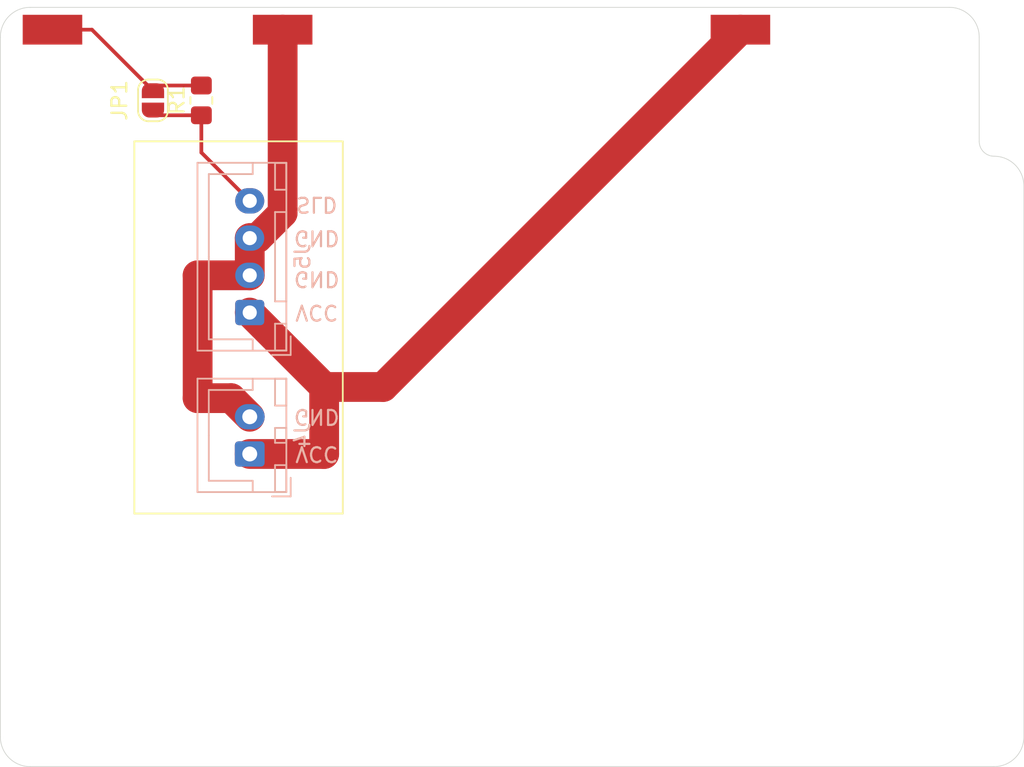
<source format=kicad_pcb>
(kicad_pcb (version 20171130) (host pcbnew 5.1.9+dfsg1-1)

  (general
    (thickness 1.6)
    (drawings 21)
    (tracks 21)
    (zones 0)
    (modules 7)
    (nets 5)
  )

  (page A4)
  (layers
    (0 F.Cu signal)
    (31 B.Cu signal)
    (32 B.Adhes user)
    (33 F.Adhes user)
    (34 B.Paste user)
    (35 F.Paste user)
    (36 B.SilkS user)
    (37 F.SilkS user)
    (38 B.Mask user)
    (39 F.Mask user)
    (40 Dwgs.User user)
    (41 Cmts.User user)
    (42 Eco1.User user)
    (43 Eco2.User user)
    (44 Edge.Cuts user)
    (45 Margin user)
    (46 B.CrtYd user)
    (47 F.CrtYd user)
    (48 B.Fab user)
    (49 F.Fab user)
  )

  (setup
    (last_trace_width 2)
    (user_trace_width 2)
    (trace_clearance 0.2)
    (zone_clearance 0.508)
    (zone_45_only no)
    (trace_min 0.2)
    (via_size 0.8)
    (via_drill 0.4)
    (via_min_size 0.4)
    (via_min_drill 0.3)
    (uvia_size 0.3)
    (uvia_drill 0.1)
    (uvias_allowed no)
    (uvia_min_size 0.2)
    (uvia_min_drill 0.1)
    (edge_width 0.05)
    (segment_width 0.2)
    (pcb_text_width 0.3)
    (pcb_text_size 1.5 1.5)
    (mod_edge_width 0.12)
    (mod_text_size 1 1)
    (mod_text_width 0.15)
    (pad_size 1.524 1.524)
    (pad_drill 0.762)
    (pad_to_mask_clearance 0)
    (aux_axis_origin 0 0)
    (visible_elements FFFFFF7F)
    (pcbplotparams
      (layerselection 0x010fc_ffffffff)
      (usegerberextensions false)
      (usegerberattributes true)
      (usegerberadvancedattributes true)
      (creategerberjobfile true)
      (excludeedgelayer true)
      (linewidth 0.100000)
      (plotframeref false)
      (viasonmask false)
      (mode 1)
      (useauxorigin false)
      (hpglpennumber 1)
      (hpglpenspeed 20)
      (hpglpendiameter 15.000000)
      (psnegative false)
      (psa4output false)
      (plotreference true)
      (plotvalue true)
      (plotinvisibletext false)
      (padsonsilk false)
      (subtractmaskfromsilk false)
      (outputformat 1)
      (mirror false)
      (drillshape 1)
      (scaleselection 1)
      (outputdirectory ""))
  )

  (net 0 "")
  (net 1 "Net-(J1-Pad1)")
  (net 2 "Net-(J2-Pad1)")
  (net 3 "Net-(J3-Pad1)")
  (net 4 "Net-(J5-Pad4)")

  (net_class Default "This is the default net class."
    (clearance 0.2)
    (trace_width 0.25)
    (via_dia 0.8)
    (via_drill 0.4)
    (uvia_dia 0.3)
    (uvia_drill 0.1)
    (add_net "Net-(J1-Pad1)")
    (add_net "Net-(J2-Pad1)")
    (add_net "Net-(J3-Pad1)")
    (add_net "Net-(J5-Pad4)")
  )

  (module custom-footprints:solder-pad (layer F.Cu) (tedit 62491CBC) (tstamp 63E24E92)
    (at 184.75 29 90)
    (path /63E1EDAE)
    (fp_text reference J1 (at 0 0.5 90) (layer F.SilkS) hide
      (effects (font (size 1 1) (thickness 0.15)))
    )
    (fp_text value BATT+ (at -2.25 -2.25 180) (layer F.Fab)
      (effects (font (size 1 1) (thickness 0.15)))
    )
    (pad 1 smd rect (at 0 -2.54 90) (size 2 4) (layers F.Cu F.Paste F.Mask)
      (net 1 "Net-(J1-Pad1)"))
  )

  (module custom-footprints:solder-pad (layer F.Cu) (tedit 62491CBC) (tstamp 63E24E97)
    (at 154 29 90)
    (path /63E219BD)
    (fp_text reference J2 (at 0 0.5 90) (layer F.SilkS) hide
      (effects (font (size 1 1) (thickness 0.15)))
    )
    (fp_text value BATT- (at -2 -2 180) (layer F.Fab)
      (effects (font (size 1 1) (thickness 0.15)))
    )
    (pad 1 smd rect (at 0 -2.54 90) (size 2 4) (layers F.Cu F.Paste F.Mask)
      (net 2 "Net-(J2-Pad1)"))
  )

  (module custom-footprints:solder-pad (layer F.Cu) (tedit 62491CBC) (tstamp 63E24E9C)
    (at 138.54 29 90)
    (path /63E21D1C)
    (fp_text reference J3 (at 0 0.5 90) (layer F.SilkS) hide
      (effects (font (size 1 1) (thickness 0.15)))
    )
    (fp_text value GND_SHIELD (at -2.25 -1.29 180) (layer F.Fab)
      (effects (font (size 1 1) (thickness 0.15)))
    )
    (pad 1 smd rect (at 0 -2.54 90) (size 2 4) (layers F.Cu F.Paste F.Mask)
      (net 3 "Net-(J3-Pad1)"))
  )

  (module Connector_JST:JST_XH_B2B-XH-A_1x02_P2.50mm_Vertical (layer B.Cu) (tedit 5C28146C) (tstamp 63E24EC5)
    (at 149.25 57.5 90)
    (descr "JST XH series connector, B2B-XH-A (http://www.jst-mfg.com/product/pdf/eng/eXH.pdf), generated with kicad-footprint-generator")
    (tags "connector JST XH vertical")
    (path /63E1FA1C)
    (fp_text reference J4 (at 1.25 3.55 90) (layer B.SilkS)
      (effects (font (size 1 1) (thickness 0.15)) (justify mirror))
    )
    (fp_text value Conn_01x02_Female (at 1.25 -4.6 90) (layer B.Fab)
      (effects (font (size 1 1) (thickness 0.15)) (justify mirror))
    )
    (fp_line (start -2.85 2.75) (end -2.85 1.5) (layer B.SilkS) (width 0.12))
    (fp_line (start -1.6 2.75) (end -2.85 2.75) (layer B.SilkS) (width 0.12))
    (fp_line (start 4.3 -2.75) (end 1.25 -2.75) (layer B.SilkS) (width 0.12))
    (fp_line (start 4.3 0.2) (end 4.3 -2.75) (layer B.SilkS) (width 0.12))
    (fp_line (start 5.05 0.2) (end 4.3 0.2) (layer B.SilkS) (width 0.12))
    (fp_line (start -1.8 -2.75) (end 1.25 -2.75) (layer B.SilkS) (width 0.12))
    (fp_line (start -1.8 0.2) (end -1.8 -2.75) (layer B.SilkS) (width 0.12))
    (fp_line (start -2.55 0.2) (end -1.8 0.2) (layer B.SilkS) (width 0.12))
    (fp_line (start 5.05 2.45) (end 3.25 2.45) (layer B.SilkS) (width 0.12))
    (fp_line (start 5.05 1.7) (end 5.05 2.45) (layer B.SilkS) (width 0.12))
    (fp_line (start 3.25 1.7) (end 5.05 1.7) (layer B.SilkS) (width 0.12))
    (fp_line (start 3.25 2.45) (end 3.25 1.7) (layer B.SilkS) (width 0.12))
    (fp_line (start -0.75 2.45) (end -2.55 2.45) (layer B.SilkS) (width 0.12))
    (fp_line (start -0.75 1.7) (end -0.75 2.45) (layer B.SilkS) (width 0.12))
    (fp_line (start -2.55 1.7) (end -0.75 1.7) (layer B.SilkS) (width 0.12))
    (fp_line (start -2.55 2.45) (end -2.55 1.7) (layer B.SilkS) (width 0.12))
    (fp_line (start 1.75 2.45) (end 0.75 2.45) (layer B.SilkS) (width 0.12))
    (fp_line (start 1.75 1.7) (end 1.75 2.45) (layer B.SilkS) (width 0.12))
    (fp_line (start 0.75 1.7) (end 1.75 1.7) (layer B.SilkS) (width 0.12))
    (fp_line (start 0.75 2.45) (end 0.75 1.7) (layer B.SilkS) (width 0.12))
    (fp_line (start 0 1.35) (end 0.625 2.35) (layer B.Fab) (width 0.1))
    (fp_line (start -0.625 2.35) (end 0 1.35) (layer B.Fab) (width 0.1))
    (fp_line (start 5.45 2.85) (end -2.95 2.85) (layer B.CrtYd) (width 0.05))
    (fp_line (start 5.45 -3.9) (end 5.45 2.85) (layer B.CrtYd) (width 0.05))
    (fp_line (start -2.95 -3.9) (end 5.45 -3.9) (layer B.CrtYd) (width 0.05))
    (fp_line (start -2.95 2.85) (end -2.95 -3.9) (layer B.CrtYd) (width 0.05))
    (fp_line (start 5.06 2.46) (end -2.56 2.46) (layer B.SilkS) (width 0.12))
    (fp_line (start 5.06 -3.51) (end 5.06 2.46) (layer B.SilkS) (width 0.12))
    (fp_line (start -2.56 -3.51) (end 5.06 -3.51) (layer B.SilkS) (width 0.12))
    (fp_line (start -2.56 2.46) (end -2.56 -3.51) (layer B.SilkS) (width 0.12))
    (fp_line (start 4.95 2.35) (end -2.45 2.35) (layer B.Fab) (width 0.1))
    (fp_line (start 4.95 -3.4) (end 4.95 2.35) (layer B.Fab) (width 0.1))
    (fp_line (start -2.45 -3.4) (end 4.95 -3.4) (layer B.Fab) (width 0.1))
    (fp_line (start -2.45 2.35) (end -2.45 -3.4) (layer B.Fab) (width 0.1))
    (fp_text user %R (at 1.25 -2.7 90) (layer B.Fab)
      (effects (font (size 1 1) (thickness 0.15)) (justify mirror))
    )
    (pad 1 thru_hole roundrect (at 0 0 90) (size 1.7 2) (drill 1) (layers *.Cu *.Mask) (roundrect_rratio 0.147059)
      (net 1 "Net-(J1-Pad1)"))
    (pad 2 thru_hole oval (at 2.5 0 90) (size 1.7 2) (drill 1) (layers *.Cu *.Mask)
      (net 2 "Net-(J2-Pad1)"))
    (model ${KISYS3DMOD}/Connector_JST.3dshapes/JST_XH_B2B-XH-A_1x02_P2.50mm_Vertical.wrl
      (at (xyz 0 0 0))
      (scale (xyz 1 1 1))
      (rotate (xyz 0 0 0))
    )
  )

  (module Connector_JST:JST_XH_B4B-XH-A_1x04_P2.50mm_Vertical (layer B.Cu) (tedit 5C28146C) (tstamp 63E24EF0)
    (at 149.25 48 90)
    (descr "JST XH series connector, B4B-XH-A (http://www.jst-mfg.com/product/pdf/eng/eXH.pdf), generated with kicad-footprint-generator")
    (tags "connector JST XH vertical")
    (path /63E1F301)
    (fp_text reference J5 (at 3.75 3.55 90) (layer B.SilkS)
      (effects (font (size 1 1) (thickness 0.15)) (justify mirror))
    )
    (fp_text value Conn_01x04_Female (at 3.75 -4.6 90) (layer B.Fab)
      (effects (font (size 1 1) (thickness 0.15)) (justify mirror))
    )
    (fp_line (start -2.85 2.75) (end -2.85 1.5) (layer B.SilkS) (width 0.12))
    (fp_line (start -1.6 2.75) (end -2.85 2.75) (layer B.SilkS) (width 0.12))
    (fp_line (start 9.3 -2.75) (end 3.75 -2.75) (layer B.SilkS) (width 0.12))
    (fp_line (start 9.3 0.2) (end 9.3 -2.75) (layer B.SilkS) (width 0.12))
    (fp_line (start 10.05 0.2) (end 9.3 0.2) (layer B.SilkS) (width 0.12))
    (fp_line (start -1.8 -2.75) (end 3.75 -2.75) (layer B.SilkS) (width 0.12))
    (fp_line (start -1.8 0.2) (end -1.8 -2.75) (layer B.SilkS) (width 0.12))
    (fp_line (start -2.55 0.2) (end -1.8 0.2) (layer B.SilkS) (width 0.12))
    (fp_line (start 10.05 2.45) (end 8.25 2.45) (layer B.SilkS) (width 0.12))
    (fp_line (start 10.05 1.7) (end 10.05 2.45) (layer B.SilkS) (width 0.12))
    (fp_line (start 8.25 1.7) (end 10.05 1.7) (layer B.SilkS) (width 0.12))
    (fp_line (start 8.25 2.45) (end 8.25 1.7) (layer B.SilkS) (width 0.12))
    (fp_line (start -0.75 2.45) (end -2.55 2.45) (layer B.SilkS) (width 0.12))
    (fp_line (start -0.75 1.7) (end -0.75 2.45) (layer B.SilkS) (width 0.12))
    (fp_line (start -2.55 1.7) (end -0.75 1.7) (layer B.SilkS) (width 0.12))
    (fp_line (start -2.55 2.45) (end -2.55 1.7) (layer B.SilkS) (width 0.12))
    (fp_line (start 6.75 2.45) (end 0.75 2.45) (layer B.SilkS) (width 0.12))
    (fp_line (start 6.75 1.7) (end 6.75 2.45) (layer B.SilkS) (width 0.12))
    (fp_line (start 0.75 1.7) (end 6.75 1.7) (layer B.SilkS) (width 0.12))
    (fp_line (start 0.75 2.45) (end 0.75 1.7) (layer B.SilkS) (width 0.12))
    (fp_line (start 0 1.35) (end 0.625 2.35) (layer B.Fab) (width 0.1))
    (fp_line (start -0.625 2.35) (end 0 1.35) (layer B.Fab) (width 0.1))
    (fp_line (start 10.45 2.85) (end -2.95 2.85) (layer B.CrtYd) (width 0.05))
    (fp_line (start 10.45 -3.9) (end 10.45 2.85) (layer B.CrtYd) (width 0.05))
    (fp_line (start -2.95 -3.9) (end 10.45 -3.9) (layer B.CrtYd) (width 0.05))
    (fp_line (start -2.95 2.85) (end -2.95 -3.9) (layer B.CrtYd) (width 0.05))
    (fp_line (start 10.06 2.46) (end -2.56 2.46) (layer B.SilkS) (width 0.12))
    (fp_line (start 10.06 -3.51) (end 10.06 2.46) (layer B.SilkS) (width 0.12))
    (fp_line (start -2.56 -3.51) (end 10.06 -3.51) (layer B.SilkS) (width 0.12))
    (fp_line (start -2.56 2.46) (end -2.56 -3.51) (layer B.SilkS) (width 0.12))
    (fp_line (start 9.95 2.35) (end -2.45 2.35) (layer B.Fab) (width 0.1))
    (fp_line (start 9.95 -3.4) (end 9.95 2.35) (layer B.Fab) (width 0.1))
    (fp_line (start -2.45 -3.4) (end 9.95 -3.4) (layer B.Fab) (width 0.1))
    (fp_line (start -2.45 2.35) (end -2.45 -3.4) (layer B.Fab) (width 0.1))
    (fp_text user %R (at 3.75 -2.7 90) (layer B.Fab)
      (effects (font (size 1 1) (thickness 0.15)) (justify mirror))
    )
    (pad 1 thru_hole roundrect (at 0 0 90) (size 1.7 1.95) (drill 0.95) (layers *.Cu *.Mask) (roundrect_rratio 0.147059)
      (net 1 "Net-(J1-Pad1)"))
    (pad 2 thru_hole oval (at 2.5 0 90) (size 1.7 1.95) (drill 0.95) (layers *.Cu *.Mask)
      (net 2 "Net-(J2-Pad1)"))
    (pad 3 thru_hole oval (at 5 0 90) (size 1.7 1.95) (drill 0.95) (layers *.Cu *.Mask)
      (net 2 "Net-(J2-Pad1)"))
    (pad 4 thru_hole oval (at 7.5 0 90) (size 1.7 1.95) (drill 0.95) (layers *.Cu *.Mask)
      (net 4 "Net-(J5-Pad4)"))
    (model ${KISYS3DMOD}/Connector_JST.3dshapes/JST_XH_B4B-XH-A_1x04_P2.50mm_Vertical.wrl
      (at (xyz 0 0 0))
      (scale (xyz 1 1 1))
      (rotate (xyz 0 0 0))
    )
  )

  (module Jumper:SolderJumper-2_P1.3mm_Open_RoundedPad1.0x1.5mm (layer F.Cu) (tedit 5B391E66) (tstamp 63E24F02)
    (at 142.75 33.75 270)
    (descr "SMD Solder Jumper, 1x1.5mm, rounded Pads, 0.3mm gap, open")
    (tags "solder jumper open")
    (path /63E20AFB)
    (attr virtual)
    (fp_text reference JP1 (at 0 2.25 90) (layer F.SilkS)
      (effects (font (size 1 1) (thickness 0.15)))
    )
    (fp_text value Jumper_NO_Small (at 0 1.9 90) (layer F.Fab)
      (effects (font (size 1 1) (thickness 0.15)))
    )
    (fp_line (start 1.65 1.25) (end -1.65 1.25) (layer F.CrtYd) (width 0.05))
    (fp_line (start 1.65 1.25) (end 1.65 -1.25) (layer F.CrtYd) (width 0.05))
    (fp_line (start -1.65 -1.25) (end -1.65 1.25) (layer F.CrtYd) (width 0.05))
    (fp_line (start -1.65 -1.25) (end 1.65 -1.25) (layer F.CrtYd) (width 0.05))
    (fp_line (start -0.7 -1) (end 0.7 -1) (layer F.SilkS) (width 0.12))
    (fp_line (start 1.4 -0.3) (end 1.4 0.3) (layer F.SilkS) (width 0.12))
    (fp_line (start 0.7 1) (end -0.7 1) (layer F.SilkS) (width 0.12))
    (fp_line (start -1.4 0.3) (end -1.4 -0.3) (layer F.SilkS) (width 0.12))
    (fp_arc (start 0.7 -0.3) (end 1.4 -0.3) (angle -90) (layer F.SilkS) (width 0.12))
    (fp_arc (start 0.7 0.3) (end 0.7 1) (angle -90) (layer F.SilkS) (width 0.12))
    (fp_arc (start -0.7 0.3) (end -1.4 0.3) (angle -90) (layer F.SilkS) (width 0.12))
    (fp_arc (start -0.7 -0.3) (end -0.7 -1) (angle -90) (layer F.SilkS) (width 0.12))
    (pad 1 smd custom (at -0.65 0 270) (size 1 0.5) (layers F.Cu F.Mask)
      (net 3 "Net-(J3-Pad1)") (zone_connect 2)
      (options (clearance outline) (anchor rect))
      (primitives
        (gr_circle (center 0 0.25) (end 0.5 0.25) (width 0))
        (gr_circle (center 0 -0.25) (end 0.5 -0.25) (width 0))
        (gr_poly (pts
           (xy 0 -0.75) (xy 0.5 -0.75) (xy 0.5 0.75) (xy 0 0.75)) (width 0))
      ))
    (pad 2 smd custom (at 0.65 0 270) (size 1 0.5) (layers F.Cu F.Mask)
      (net 4 "Net-(J5-Pad4)") (zone_connect 2)
      (options (clearance outline) (anchor rect))
      (primitives
        (gr_circle (center 0 0.25) (end 0.5 0.25) (width 0))
        (gr_circle (center 0 -0.25) (end 0.5 -0.25) (width 0))
        (gr_poly (pts
           (xy 0 -0.75) (xy -0.5 -0.75) (xy -0.5 0.75) (xy 0 0.75)) (width 0))
      ))
  )

  (module Resistor_SMD:R_0805_2012Metric_Pad1.20x1.40mm_HandSolder (layer F.Cu) (tedit 5F68FEEE) (tstamp 63E24F13)
    (at 146 33.75 90)
    (descr "Resistor SMD 0805 (2012 Metric), square (rectangular) end terminal, IPC_7351 nominal with elongated pad for handsoldering. (Body size source: IPC-SM-782 page 72, https://www.pcb-3d.com/wordpress/wp-content/uploads/ipc-sm-782a_amendment_1_and_2.pdf), generated with kicad-footprint-generator")
    (tags "resistor handsolder")
    (path /63E202C6)
    (attr smd)
    (fp_text reference R1 (at 0 -1.65 90) (layer F.SilkS)
      (effects (font (size 1 1) (thickness 0.15)))
    )
    (fp_text value R_US (at 0 1.65 90) (layer F.Fab)
      (effects (font (size 1 1) (thickness 0.15)))
    )
    (fp_line (start 1.85 0.95) (end -1.85 0.95) (layer F.CrtYd) (width 0.05))
    (fp_line (start 1.85 -0.95) (end 1.85 0.95) (layer F.CrtYd) (width 0.05))
    (fp_line (start -1.85 -0.95) (end 1.85 -0.95) (layer F.CrtYd) (width 0.05))
    (fp_line (start -1.85 0.95) (end -1.85 -0.95) (layer F.CrtYd) (width 0.05))
    (fp_line (start -0.227064 0.735) (end 0.227064 0.735) (layer F.SilkS) (width 0.12))
    (fp_line (start -0.227064 -0.735) (end 0.227064 -0.735) (layer F.SilkS) (width 0.12))
    (fp_line (start 1 0.625) (end -1 0.625) (layer F.Fab) (width 0.1))
    (fp_line (start 1 -0.625) (end 1 0.625) (layer F.Fab) (width 0.1))
    (fp_line (start -1 -0.625) (end 1 -0.625) (layer F.Fab) (width 0.1))
    (fp_line (start -1 0.625) (end -1 -0.625) (layer F.Fab) (width 0.1))
    (fp_text user %R (at 0 0 90) (layer F.Fab)
      (effects (font (size 0.5 0.5) (thickness 0.08)))
    )
    (pad 1 smd roundrect (at -1 0 90) (size 1.2 1.4) (layers F.Cu F.Paste F.Mask) (roundrect_rratio 0.208333)
      (net 4 "Net-(J5-Pad4)"))
    (pad 2 smd roundrect (at 1 0 90) (size 1.2 1.4) (layers F.Cu F.Paste F.Mask) (roundrect_rratio 0.208333)
      (net 3 "Net-(J3-Pad1)"))
    (model ${KISYS3DMOD}/Resistor_SMD.3dshapes/R_0805_2012Metric.wrl
      (at (xyz 0 0 0))
      (scale (xyz 1 1 1))
      (rotate (xyz 0 0 0))
    )
  )

  (gr_text VCC (at 153.75 57.5 180) (layer B.SilkS)
    (effects (font (size 1 1) (thickness 0.15)) (justify mirror))
  )
  (gr_text GND (at 153.75 55 180) (layer B.SilkS)
    (effects (font (size 1 1) (thickness 0.15)) (justify mirror))
  )
  (gr_text VCC (at 153.75 48 180) (layer B.SilkS)
    (effects (font (size 1 1) (thickness 0.15)) (justify mirror))
  )
  (gr_text GND (at 153.75 45.75 180) (layer B.SilkS)
    (effects (font (size 1 1) (thickness 0.15)) (justify mirror))
  )
  (gr_text GND (at 153.75 43 180) (layer B.SilkS)
    (effects (font (size 1 1) (thickness 0.15)) (justify mirror))
  )
  (gr_text SLD (at 153.75 40.75 180) (layer B.SilkS)
    (effects (font (size 1 1) (thickness 0.15)) (justify mirror))
  )
  (gr_arc (start 134.5 29.5) (end 134.5 27.5) (angle -90) (layer Edge.Cuts) (width 0.05))
  (gr_arc (start 196.25 29.5) (end 198.25 29.5) (angle -90) (layer Edge.Cuts) (width 0.05))
  (gr_arc (start 199.25 36.5) (end 198.25 36.5) (angle -90) (layer Edge.Cuts) (width 0.05))
  (gr_arc (start 199.25 39.5) (end 201.25 39.5) (angle -90) (layer Edge.Cuts) (width 0.05))
  (gr_arc (start 199.25 76.5) (end 199.25 78.5) (angle -90) (layer Edge.Cuts) (width 0.05))
  (gr_arc (start 134.5 76.5) (end 132.5 76.5) (angle -90) (layer Edge.Cuts) (width 0.05))
  (gr_line (start 155.5 61.5) (end 141.5 61.5) (layer F.SilkS) (width 0.12) (tstamp 63E25015))
  (gr_line (start 155.5 36.5) (end 155.5 61.5) (layer F.SilkS) (width 0.12))
  (gr_line (start 141.5 36.5) (end 155.5 36.5) (layer F.SilkS) (width 0.12))
  (gr_line (start 141.5 61.5) (end 141.5 36.5) (layer F.SilkS) (width 0.12))
  (gr_line (start 132.5 76.5) (end 132.5 29.5) (layer Edge.Cuts) (width 0.05) (tstamp 63E25014))
  (gr_line (start 199.25 78.5) (end 134.5 78.5) (layer Edge.Cuts) (width 0.05))
  (gr_line (start 201.25 39.5) (end 201.25 76.5) (layer Edge.Cuts) (width 0.05))
  (gr_line (start 198.25 29.5) (end 198.25 36.5) (layer Edge.Cuts) (width 0.05))
  (gr_line (start 134.5 27.5) (end 196.25 27.5) (layer Edge.Cuts) (width 0.05))

  (segment (start 149.25 57.5) (end 154.25 57.5) (width 2) (layer F.Cu) (net 1))
  (segment (start 154.25 53) (end 149.25 48) (width 2) (layer F.Cu) (net 1))
  (segment (start 154.25 57.5) (end 154.25 53) (width 2) (layer F.Cu) (net 1))
  (segment (start 158.21 53) (end 182.21 29) (width 2) (layer F.Cu) (net 1))
  (segment (start 154.25 53) (end 158.21 53) (width 2) (layer F.Cu) (net 1))
  (segment (start 149.774151 43) (end 149.25 43) (width 2) (layer F.Cu) (net 2))
  (segment (start 151.46 41.314151) (end 149.774151 43) (width 2) (layer F.Cu) (net 2))
  (segment (start 151.46 29) (end 151.46 41.314151) (width 2) (layer F.Cu) (net 2))
  (segment (start 149.25 43) (end 149.25 45.5) (width 2) (layer F.Cu) (net 2))
  (segment (start 149.25 45.5) (end 145.75 45.5) (width 2) (layer F.Cu) (net 2))
  (segment (start 145.75 45.5) (end 145.75 53.75) (width 2) (layer F.Cu) (net 2))
  (segment (start 148 53.75) (end 149.25 55) (width 2) (layer F.Cu) (net 2))
  (segment (start 145.75 53.75) (end 148 53.75) (width 2) (layer F.Cu) (net 2))
  (segment (start 138.65 29) (end 142.75 33.1) (width 0.25) (layer F.Cu) (net 3))
  (segment (start 136 29) (end 138.65 29) (width 0.25) (layer F.Cu) (net 3))
  (segment (start 143.1 32.75) (end 142.75 33.1) (width 0.25) (layer F.Cu) (net 3))
  (segment (start 146 32.75) (end 143.1 32.75) (width 0.25) (layer F.Cu) (net 3))
  (segment (start 143.1 34.75) (end 142.75 34.4) (width 0.25) (layer F.Cu) (net 4))
  (segment (start 146 34.75) (end 143.1 34.75) (width 0.25) (layer F.Cu) (net 4))
  (segment (start 146 37.25) (end 149.25 40.5) (width 0.25) (layer F.Cu) (net 4))
  (segment (start 146 34.75) (end 146 37.25) (width 0.25) (layer F.Cu) (net 4))

)

</source>
